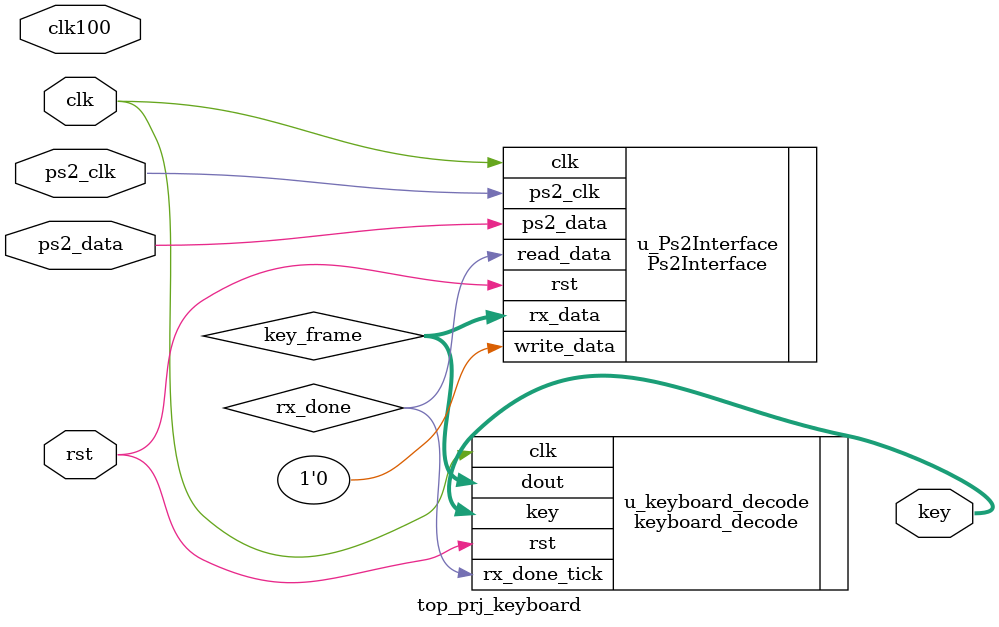
<source format=sv>
/*
 Module name:   top_prj_keyboard 
 Author:        Mateusz Wygoda
 Version:       1.1
 Last modified: 2024-08-31
 */
//////////////////////////////////////////////////////////////////////////////

`timescale 1 ns / 1 ps

module top_prj_keyboard (
    input  logic clk,
    input  logic clk100,
    input  logic rst,
    inout ps2_clk,
    inout ps2_data,
    output logic [3:0] key

);

//------------------------------------------------------------------------------
// local parameters
//------------------------------------------------------------------------------


//------------------------------------------------------------------------------
// local variables  and signals
//------------------------------------------------------------------------------

wire [7:0] key_frame;
wire rx_done;

/**
 * Signals assignments
 */


/**
 * Submodules instances
 */

Ps2Interface u_Ps2Interface (
    .ps2_clk(ps2_clk),
    .ps2_data(ps2_data), 
    .clk(clk),
    .rst,
    .write_data (1'b0),
    .rx_data(key_frame),
    .read_data(rx_done)

);



keyboard_decode u_keyboard_decode
(
    .clk, 
    .rst,
    .rx_done_tick(rx_done),
    .dout(key_frame),
    .key(key)
);



endmodule

</source>
